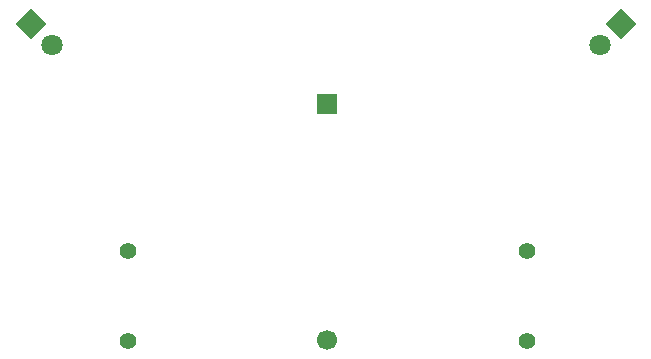
<source format=gtl>
%TF.GenerationSoftware,KiCad,Pcbnew,(6.0.11)*%
%TF.CreationDate,2023-10-05T20:18:07-05:00*%
%TF.ProjectId,BSidesDFW_2023_Badge,42536964-6573-4444-9657-5f323032335f,1*%
%TF.SameCoordinates,Original*%
%TF.FileFunction,Copper,L1,Top*%
%TF.FilePolarity,Positive*%
%FSLAX46Y46*%
G04 Gerber Fmt 4.6, Leading zero omitted, Abs format (unit mm)*
G04 Created by KiCad (PCBNEW (6.0.11)) date 2023-10-05 20:18:07*
%MOMM*%
%LPD*%
G01*
G04 APERTURE LIST*
G04 Aperture macros list*
%AMRotRect*
0 Rectangle, with rotation*
0 The origin of the aperture is its center*
0 $1 length*
0 $2 width*
0 $3 Rotation angle, in degrees counterclockwise*
0 Add horizontal line*
21,1,$1,$2,0,0,$3*%
G04 Aperture macros list end*
%TA.AperFunction,ComponentPad*%
%ADD10R,1.700000X1.700000*%
%TD*%
%TA.AperFunction,ComponentPad*%
%ADD11C,1.700000*%
%TD*%
%TA.AperFunction,ComponentPad*%
%ADD12RotRect,1.800000X1.800000X315.000000*%
%TD*%
%TA.AperFunction,ComponentPad*%
%ADD13C,1.800000*%
%TD*%
%TA.AperFunction,ComponentPad*%
%ADD14C,1.400000*%
%TD*%
%TA.AperFunction,ComponentPad*%
%ADD15RotRect,1.800000X1.800000X225.000000*%
%TD*%
G04 APERTURE END LIST*
D10*
X115127000Y-112800000D03*
D11*
X115127000Y-132800000D03*
D12*
X90000000Y-106000000D03*
D13*
X91796051Y-107796051D03*
D14*
X132000000Y-125190000D03*
X132000000Y-132810000D03*
X98250000Y-125190000D03*
X98250000Y-132810000D03*
D15*
X140000000Y-106000000D03*
D13*
X138203949Y-107796051D03*
M02*

</source>
